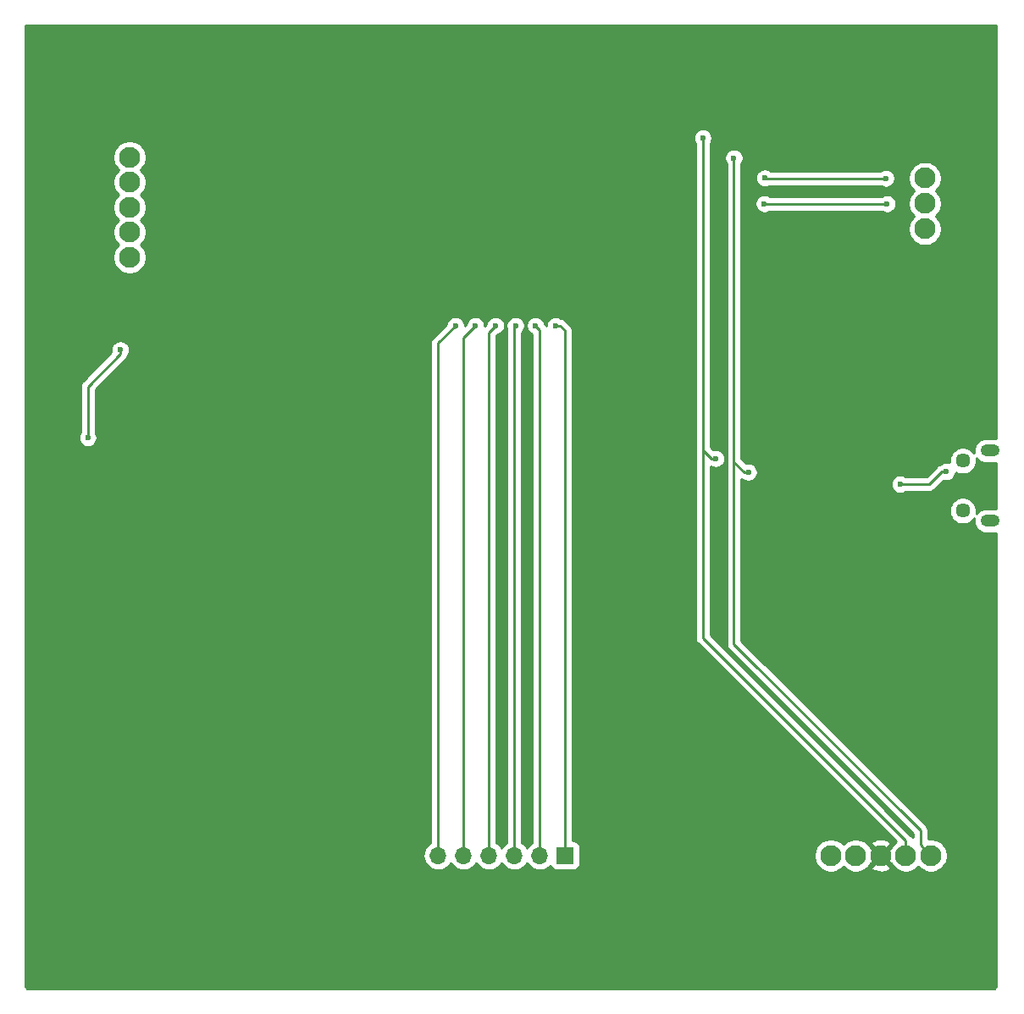
<source format=gbr>
G04 #@! TF.GenerationSoftware,KiCad,Pcbnew,(5.1.2)-1*
G04 #@! TF.CreationDate,2019-08-26T21:33:07-05:00*
G04 #@! TF.ProjectId,8266-dev,38323636-2d64-4657-962e-6b696361645f,rev?*
G04 #@! TF.SameCoordinates,Original*
G04 #@! TF.FileFunction,Copper,L2,Bot*
G04 #@! TF.FilePolarity,Positive*
%FSLAX46Y46*%
G04 Gerber Fmt 4.6, Leading zero omitted, Abs format (unit mm)*
G04 Created by KiCad (PCBNEW (5.1.2)-1) date 2019-08-26 21:33:07*
%MOMM*%
%LPD*%
G04 APERTURE LIST*
%ADD10C,2.100000*%
%ADD11R,1.700000X1.700000*%
%ADD12O,1.700000X1.700000*%
%ADD13C,1.450000*%
%ADD14O,1.900000X1.200000*%
%ADD15C,0.600000*%
%ADD16C,0.250000*%
%ADD17C,0.254000*%
G04 APERTURE END LIST*
D10*
X165511480Y-126949200D03*
X168011480Y-126949200D03*
X170511480Y-126949200D03*
X173011480Y-126949200D03*
X175511480Y-126949200D03*
X95417640Y-57104280D03*
X95417640Y-59604280D03*
X95417640Y-62104280D03*
X95417640Y-64604280D03*
X95417640Y-67104280D03*
D11*
X138942530Y-126944200D03*
D12*
X136402530Y-126944200D03*
X133862530Y-126944200D03*
X131322530Y-126944200D03*
X128782530Y-126944200D03*
X126242530Y-126944200D03*
D10*
X174919640Y-59194700D03*
X174919640Y-61734700D03*
X174919640Y-64274700D03*
D13*
X178719500Y-92457400D03*
X178719500Y-87457400D03*
D14*
X181419500Y-93457400D03*
X181419500Y-86457400D03*
D15*
X115752880Y-127088900D03*
X110365540Y-69123560D03*
X163296600Y-49062640D03*
X109570520Y-55278020D03*
X109628940Y-59105800D03*
X86413340Y-127083820D03*
X93548200Y-71678800D03*
X91287600Y-93548200D03*
X100787200Y-93548200D03*
X110261400Y-93548200D03*
X119761000Y-93548200D03*
X159715200Y-91821000D03*
X152725120Y-55153560D03*
X154012900Y-87249000D03*
X155826460Y-57180480D03*
X157276800Y-88595200D03*
X137986780Y-73939400D03*
X135986780Y-73939400D03*
X133986780Y-73939400D03*
X131986780Y-73939400D03*
X129986780Y-73939400D03*
X127986780Y-73939400D03*
X171013120Y-59212480D03*
X158910020Y-59169300D03*
X171137580Y-61739780D03*
X158866840Y-61739780D03*
X94488000Y-76352400D03*
X91236800Y-85140800D03*
X177076100Y-88531700D03*
X172440600Y-89801700D03*
D16*
X152717500Y-55161180D02*
X152725120Y-55153560D01*
X173011480Y-125464276D02*
X152717500Y-105170296D01*
X173011480Y-126949200D02*
X173011480Y-125464276D01*
X152839336Y-86499700D02*
X152717500Y-86499700D01*
X153588636Y-87249000D02*
X152839336Y-86499700D01*
X154012900Y-87249000D02*
X153588636Y-87249000D01*
X152717500Y-105170296D02*
X152717500Y-86499700D01*
X152717500Y-86499700D02*
X152717500Y-55161180D01*
X174461481Y-124414277D02*
X155826460Y-105779256D01*
X174461481Y-125899201D02*
X174461481Y-124414277D01*
X175511480Y-126949200D02*
X174461481Y-125899201D01*
X155826460Y-87569124D02*
X155826460Y-87525860D01*
X156852536Y-88595200D02*
X155826460Y-87569124D01*
X157276800Y-88595200D02*
X156852536Y-88595200D01*
X155826460Y-105779256D02*
X155826460Y-87525860D01*
X155826460Y-87525860D02*
X155826460Y-57180480D01*
X137986780Y-73939400D02*
X138430000Y-73939400D01*
X138430000Y-73939400D02*
X138925300Y-74434700D01*
X138925300Y-125826970D02*
X138925300Y-122250200D01*
X138942530Y-125844200D02*
X138925300Y-125826970D01*
X138942530Y-126944200D02*
X138942530Y-125844200D01*
X138925300Y-74434700D02*
X138925300Y-122250200D01*
X138925300Y-122250200D02*
X138925300Y-122618500D01*
X136410700Y-74363320D02*
X135986780Y-73939400D01*
X136410700Y-125733949D02*
X136410700Y-122072400D01*
X136402530Y-125742119D02*
X136410700Y-125733949D01*
X136402530Y-126944200D02*
X136402530Y-125742119D01*
X136410700Y-122656600D02*
X136410700Y-122072400D01*
X136410700Y-122072400D02*
X136410700Y-74363320D01*
X133845300Y-74080880D02*
X133986780Y-73939400D01*
X133845300Y-125724889D02*
X133845300Y-122301000D01*
X133862530Y-125742119D02*
X133845300Y-125724889D01*
X133862530Y-126944200D02*
X133862530Y-125742119D01*
X133845300Y-122732800D02*
X133845300Y-122301000D01*
X133845300Y-122301000D02*
X133845300Y-74080880D01*
X131318000Y-74608180D02*
X131986780Y-73939400D01*
X131318000Y-125737589D02*
X131318000Y-122097800D01*
X131322530Y-125742119D02*
X131318000Y-125737589D01*
X131322530Y-126944200D02*
X131322530Y-125742119D01*
X131318000Y-122758200D02*
X131318000Y-122097800D01*
X131318000Y-122097800D02*
X131318000Y-74608180D01*
X129959100Y-73952100D02*
X129984500Y-73926700D01*
X128803400Y-75122780D02*
X129986780Y-73939400D01*
X128803400Y-125721249D02*
X128803400Y-122504200D01*
X128782530Y-125742119D02*
X128803400Y-125721249D01*
X128782530Y-126944200D02*
X128782530Y-125742119D01*
X128803400Y-122809000D02*
X128803400Y-122504200D01*
X128803400Y-122504200D02*
X128803400Y-75122780D01*
X127939800Y-73952100D02*
X127914400Y-73926700D01*
X126238000Y-75688180D02*
X127986780Y-73939400D01*
X126238000Y-125737589D02*
X126238000Y-122555000D01*
X126242530Y-125742119D02*
X126238000Y-125737589D01*
X126242530Y-126944200D02*
X126242530Y-125742119D01*
X126238000Y-122847100D02*
X126238000Y-122555000D01*
X126238000Y-122555000D02*
X126238000Y-75688180D01*
X171013120Y-59212480D02*
X158953200Y-59212480D01*
X158953200Y-59212480D02*
X158910020Y-59169300D01*
X171137580Y-61739780D02*
X170713316Y-61739780D01*
X170713316Y-61739780D02*
X158866840Y-61739780D01*
X94488000Y-76776664D02*
X91236800Y-80027864D01*
X94488000Y-76352400D02*
X94488000Y-76776664D01*
X91236800Y-80027864D02*
X91236800Y-85140800D01*
X176651836Y-88531700D02*
X175381836Y-89801700D01*
X177076100Y-88531700D02*
X176651836Y-88531700D01*
X175381836Y-89801700D02*
X172440600Y-89801700D01*
D17*
G36*
X181999890Y-85239116D02*
G01*
X181830165Y-85222400D01*
X181008835Y-85222400D01*
X180827398Y-85240270D01*
X180594599Y-85310889D01*
X180380051Y-85425567D01*
X180191998Y-85579898D01*
X180037667Y-85767951D01*
X179922989Y-85982499D01*
X179852370Y-86215298D01*
X179828525Y-86457400D01*
X179852370Y-86699502D01*
X179855383Y-86709435D01*
X179775881Y-86590451D01*
X179586449Y-86401019D01*
X179363701Y-86252184D01*
X179116197Y-86149664D01*
X178853448Y-86097400D01*
X178585552Y-86097400D01*
X178322803Y-86149664D01*
X178075299Y-86252184D01*
X177852551Y-86401019D01*
X177663119Y-86590451D01*
X177514284Y-86813199D01*
X177411764Y-87060703D01*
X177359500Y-87323452D01*
X177359500Y-87591348D01*
X177369407Y-87641156D01*
X177348829Y-87632632D01*
X177168189Y-87596700D01*
X176984011Y-87596700D01*
X176803371Y-87632632D01*
X176633211Y-87703114D01*
X176516052Y-87781397D01*
X176502850Y-87782697D01*
X176359589Y-87826154D01*
X176227560Y-87896726D01*
X176111835Y-87991699D01*
X176088037Y-88020697D01*
X175067035Y-89041700D01*
X172986135Y-89041700D01*
X172883489Y-88973114D01*
X172713329Y-88902632D01*
X172532689Y-88866700D01*
X172348511Y-88866700D01*
X172167871Y-88902632D01*
X171997711Y-88973114D01*
X171844572Y-89075438D01*
X171714338Y-89205672D01*
X171612014Y-89358811D01*
X171541532Y-89528971D01*
X171505600Y-89709611D01*
X171505600Y-89893789D01*
X171541532Y-90074429D01*
X171612014Y-90244589D01*
X171714338Y-90397728D01*
X171844572Y-90527962D01*
X171997711Y-90630286D01*
X172167871Y-90700768D01*
X172348511Y-90736700D01*
X172532689Y-90736700D01*
X172713329Y-90700768D01*
X172883489Y-90630286D01*
X172986135Y-90561700D01*
X175344514Y-90561700D01*
X175381836Y-90565376D01*
X175419158Y-90561700D01*
X175419169Y-90561700D01*
X175530822Y-90550703D01*
X175674083Y-90507246D01*
X175806112Y-90436674D01*
X175921837Y-90341701D01*
X175945640Y-90312697D01*
X176823555Y-89434783D01*
X176984011Y-89466700D01*
X177168189Y-89466700D01*
X177348829Y-89430768D01*
X177518989Y-89360286D01*
X177672128Y-89257962D01*
X177802362Y-89127728D01*
X177904686Y-88974589D01*
X177975168Y-88804429D01*
X178011100Y-88623789D01*
X178011100Y-88619720D01*
X178075299Y-88662616D01*
X178322803Y-88765136D01*
X178585552Y-88817400D01*
X178853448Y-88817400D01*
X179116197Y-88765136D01*
X179363701Y-88662616D01*
X179586449Y-88513781D01*
X179775881Y-88324349D01*
X179924716Y-88101601D01*
X180027236Y-87854097D01*
X180079500Y-87591348D01*
X180079500Y-87323452D01*
X180046516Y-87157632D01*
X180191998Y-87334902D01*
X180380051Y-87489233D01*
X180594599Y-87603911D01*
X180827398Y-87674530D01*
X181008835Y-87692400D01*
X181830165Y-87692400D01*
X181999890Y-87675684D01*
X181999890Y-92239116D01*
X181830165Y-92222400D01*
X181008835Y-92222400D01*
X180827398Y-92240270D01*
X180594599Y-92310889D01*
X180380051Y-92425567D01*
X180191998Y-92579898D01*
X180046516Y-92757168D01*
X180079500Y-92591348D01*
X180079500Y-92323452D01*
X180027236Y-92060703D01*
X179924716Y-91813199D01*
X179775881Y-91590451D01*
X179586449Y-91401019D01*
X179363701Y-91252184D01*
X179116197Y-91149664D01*
X178853448Y-91097400D01*
X178585552Y-91097400D01*
X178322803Y-91149664D01*
X178075299Y-91252184D01*
X177852551Y-91401019D01*
X177663119Y-91590451D01*
X177514284Y-91813199D01*
X177411764Y-92060703D01*
X177359500Y-92323452D01*
X177359500Y-92591348D01*
X177411764Y-92854097D01*
X177514284Y-93101601D01*
X177663119Y-93324349D01*
X177852551Y-93513781D01*
X178075299Y-93662616D01*
X178322803Y-93765136D01*
X178585552Y-93817400D01*
X178853448Y-93817400D01*
X179116197Y-93765136D01*
X179363701Y-93662616D01*
X179586449Y-93513781D01*
X179775881Y-93324349D01*
X179855383Y-93205365D01*
X179852370Y-93215298D01*
X179828525Y-93457400D01*
X179852370Y-93699502D01*
X179922989Y-93932301D01*
X180037667Y-94146849D01*
X180191998Y-94334902D01*
X180380051Y-94489233D01*
X180594599Y-94603911D01*
X180827398Y-94674530D01*
X181008835Y-94692400D01*
X181830165Y-94692400D01*
X181999890Y-94675684D01*
X181999890Y-140069225D01*
X181982741Y-140114587D01*
X181939260Y-140200816D01*
X181891413Y-140260000D01*
X85144034Y-140260000D01*
X85132437Y-140249206D01*
X85084900Y-140180655D01*
X85050641Y-140097932D01*
X85042528Y-140063957D01*
X85042516Y-140063511D01*
X85042143Y-140025021D01*
X85041763Y-139960623D01*
X85041388Y-139871876D01*
X85041018Y-139759063D01*
X85041019Y-139759063D01*
X85040653Y-139622339D01*
X85040293Y-139462293D01*
X85039938Y-139279194D01*
X85039589Y-139073385D01*
X85039244Y-138845202D01*
X85038905Y-138594990D01*
X85038571Y-138323084D01*
X85038243Y-138029823D01*
X85037919Y-137715543D01*
X85037601Y-137380585D01*
X85037288Y-137025285D01*
X85036980Y-136649980D01*
X85036678Y-136255008D01*
X85036380Y-135840706D01*
X85036088Y-135407412D01*
X85035801Y-134955463D01*
X85035520Y-134485197D01*
X85035243Y-133996950D01*
X85034972Y-133491060D01*
X85034706Y-132967865D01*
X85034446Y-132427702D01*
X85034190Y-131870908D01*
X85033940Y-131297820D01*
X85033695Y-130708775D01*
X85033455Y-130104112D01*
X85033221Y-129484167D01*
X85032991Y-128849277D01*
X85032767Y-128199780D01*
X85032549Y-127536014D01*
X85032363Y-126944200D01*
X124750345Y-126944200D01*
X124779017Y-127235311D01*
X124863931Y-127515234D01*
X125001824Y-127773214D01*
X125187396Y-127999334D01*
X125413516Y-128184906D01*
X125671496Y-128322799D01*
X125951419Y-128407713D01*
X126169580Y-128429200D01*
X126315480Y-128429200D01*
X126533641Y-128407713D01*
X126813564Y-128322799D01*
X127071544Y-128184906D01*
X127297664Y-127999334D01*
X127483236Y-127773214D01*
X127512530Y-127718409D01*
X127541824Y-127773214D01*
X127727396Y-127999334D01*
X127953516Y-128184906D01*
X128211496Y-128322799D01*
X128491419Y-128407713D01*
X128709580Y-128429200D01*
X128855480Y-128429200D01*
X129073641Y-128407713D01*
X129353564Y-128322799D01*
X129611544Y-128184906D01*
X129837664Y-127999334D01*
X130023236Y-127773214D01*
X130052530Y-127718409D01*
X130081824Y-127773214D01*
X130267396Y-127999334D01*
X130493516Y-128184906D01*
X130751496Y-128322799D01*
X131031419Y-128407713D01*
X131249580Y-128429200D01*
X131395480Y-128429200D01*
X131613641Y-128407713D01*
X131893564Y-128322799D01*
X132151544Y-128184906D01*
X132377664Y-127999334D01*
X132563236Y-127773214D01*
X132592530Y-127718409D01*
X132621824Y-127773214D01*
X132807396Y-127999334D01*
X133033516Y-128184906D01*
X133291496Y-128322799D01*
X133571419Y-128407713D01*
X133789580Y-128429200D01*
X133935480Y-128429200D01*
X134153641Y-128407713D01*
X134433564Y-128322799D01*
X134691544Y-128184906D01*
X134917664Y-127999334D01*
X135103236Y-127773214D01*
X135132530Y-127718409D01*
X135161824Y-127773214D01*
X135347396Y-127999334D01*
X135573516Y-128184906D01*
X135831496Y-128322799D01*
X136111419Y-128407713D01*
X136329580Y-128429200D01*
X136475480Y-128429200D01*
X136693641Y-128407713D01*
X136973564Y-128322799D01*
X137231544Y-128184906D01*
X137457664Y-127999334D01*
X137482137Y-127969513D01*
X137503028Y-128038380D01*
X137561993Y-128148694D01*
X137641345Y-128245385D01*
X137738036Y-128324737D01*
X137848350Y-128383702D01*
X137968048Y-128420012D01*
X138092530Y-128432272D01*
X139792530Y-128432272D01*
X139917012Y-128420012D01*
X140036710Y-128383702D01*
X140147024Y-128324737D01*
X140243715Y-128245385D01*
X140323067Y-128148694D01*
X140382032Y-128038380D01*
X140418342Y-127918682D01*
X140430602Y-127794200D01*
X140430602Y-126783242D01*
X163826480Y-126783242D01*
X163826480Y-127115158D01*
X163891234Y-127440696D01*
X164018252Y-127747347D01*
X164202655Y-128023325D01*
X164437355Y-128258025D01*
X164713333Y-128442428D01*
X165019984Y-128569446D01*
X165345522Y-128634200D01*
X165677438Y-128634200D01*
X166002976Y-128569446D01*
X166309627Y-128442428D01*
X166585605Y-128258025D01*
X166761480Y-128082150D01*
X166937355Y-128258025D01*
X167213333Y-128442428D01*
X167519984Y-128569446D01*
X167845522Y-128634200D01*
X168177438Y-128634200D01*
X168502976Y-128569446D01*
X168809627Y-128442428D01*
X169085605Y-128258025D01*
X169223364Y-128120266D01*
X169520019Y-128120266D01*
X169621819Y-128389779D01*
X169919957Y-128535663D01*
X170240826Y-128620580D01*
X170572097Y-128641266D01*
X170901037Y-128596928D01*
X171215007Y-128489269D01*
X171401141Y-128389779D01*
X171502941Y-128120266D01*
X170511480Y-127128805D01*
X169520019Y-128120266D01*
X169223364Y-128120266D01*
X169320305Y-128023325D01*
X169446271Y-127834804D01*
X170331875Y-126949200D01*
X169446271Y-126063596D01*
X169320305Y-125875075D01*
X169223364Y-125778134D01*
X169520019Y-125778134D01*
X170511480Y-126769595D01*
X171502941Y-125778134D01*
X171401141Y-125508621D01*
X171103003Y-125362737D01*
X170782134Y-125277820D01*
X170450863Y-125257134D01*
X170121923Y-125301472D01*
X169807953Y-125409131D01*
X169621819Y-125508621D01*
X169520019Y-125778134D01*
X169223364Y-125778134D01*
X169085605Y-125640375D01*
X168809627Y-125455972D01*
X168502976Y-125328954D01*
X168177438Y-125264200D01*
X167845522Y-125264200D01*
X167519984Y-125328954D01*
X167213333Y-125455972D01*
X166937355Y-125640375D01*
X166761480Y-125816250D01*
X166585605Y-125640375D01*
X166309627Y-125455972D01*
X166002976Y-125328954D01*
X165677438Y-125264200D01*
X165345522Y-125264200D01*
X165019984Y-125328954D01*
X164713333Y-125455972D01*
X164437355Y-125640375D01*
X164202655Y-125875075D01*
X164018252Y-126151053D01*
X163891234Y-126457704D01*
X163826480Y-126783242D01*
X140430602Y-126783242D01*
X140430602Y-126094200D01*
X140418342Y-125969718D01*
X140382032Y-125850020D01*
X140323067Y-125739706D01*
X140243715Y-125643015D01*
X140147024Y-125563663D01*
X140036710Y-125504698D01*
X139917012Y-125468388D01*
X139792530Y-125456128D01*
X139685300Y-125456128D01*
X139685300Y-74472023D01*
X139688976Y-74434700D01*
X139685300Y-74397377D01*
X139685300Y-74397367D01*
X139674303Y-74285714D01*
X139630846Y-74142453D01*
X139595158Y-74075686D01*
X139560274Y-74010423D01*
X139525331Y-73967846D01*
X139465301Y-73894699D01*
X139436298Y-73870897D01*
X138993804Y-73428403D01*
X138970001Y-73399399D01*
X138854276Y-73304426D01*
X138722247Y-73233854D01*
X138578986Y-73190397D01*
X138543550Y-73186907D01*
X138429669Y-73110814D01*
X138259509Y-73040332D01*
X138078869Y-73004400D01*
X137894691Y-73004400D01*
X137714051Y-73040332D01*
X137543891Y-73110814D01*
X137390752Y-73213138D01*
X137260518Y-73343372D01*
X137158194Y-73496511D01*
X137087712Y-73666671D01*
X137051780Y-73847311D01*
X137051780Y-73950467D01*
X137045674Y-73939044D01*
X136950701Y-73823319D01*
X136921702Y-73799520D01*
X136909933Y-73787751D01*
X136885848Y-73666671D01*
X136815366Y-73496511D01*
X136713042Y-73343372D01*
X136582808Y-73213138D01*
X136429669Y-73110814D01*
X136259509Y-73040332D01*
X136078869Y-73004400D01*
X135894691Y-73004400D01*
X135714051Y-73040332D01*
X135543891Y-73110814D01*
X135390752Y-73213138D01*
X135260518Y-73343372D01*
X135158194Y-73496511D01*
X135087712Y-73666671D01*
X135051780Y-73847311D01*
X135051780Y-74031489D01*
X135087712Y-74212129D01*
X135158194Y-74382289D01*
X135260518Y-74535428D01*
X135390752Y-74665662D01*
X135543891Y-74767986D01*
X135650701Y-74812228D01*
X135650700Y-122035067D01*
X135650700Y-122693932D01*
X135650701Y-122693940D01*
X135650700Y-125621845D01*
X135648875Y-125640375D01*
X135646501Y-125664483D01*
X135573516Y-125703494D01*
X135347396Y-125889066D01*
X135161824Y-126115186D01*
X135132530Y-126169991D01*
X135103236Y-126115186D01*
X134917664Y-125889066D01*
X134691544Y-125703494D01*
X134618561Y-125664484D01*
X134611533Y-125593133D01*
X134605300Y-125572585D01*
X134605300Y-74643170D01*
X134713042Y-74535428D01*
X134815366Y-74382289D01*
X134885848Y-74212129D01*
X134921780Y-74031489D01*
X134921780Y-73847311D01*
X134885848Y-73666671D01*
X134815366Y-73496511D01*
X134713042Y-73343372D01*
X134582808Y-73213138D01*
X134429669Y-73110814D01*
X134259509Y-73040332D01*
X134078869Y-73004400D01*
X133894691Y-73004400D01*
X133714051Y-73040332D01*
X133543891Y-73110814D01*
X133390752Y-73213138D01*
X133260518Y-73343372D01*
X133158194Y-73496511D01*
X133087712Y-73666671D01*
X133051780Y-73847311D01*
X133051780Y-74031489D01*
X133085301Y-74200008D01*
X133085300Y-122263667D01*
X133085300Y-122770132D01*
X133085301Y-122770141D01*
X133085300Y-125675815D01*
X133033516Y-125703494D01*
X132807396Y-125889066D01*
X132621824Y-126115186D01*
X132592530Y-126169991D01*
X132563236Y-126115186D01*
X132377664Y-125889066D01*
X132151544Y-125703494D01*
X132078561Y-125664484D01*
X132078000Y-125658793D01*
X132078000Y-74922981D01*
X132138429Y-74862553D01*
X132259509Y-74838468D01*
X132429669Y-74767986D01*
X132582808Y-74665662D01*
X132713042Y-74535428D01*
X132815366Y-74382289D01*
X132885848Y-74212129D01*
X132921780Y-74031489D01*
X132921780Y-73847311D01*
X132885848Y-73666671D01*
X132815366Y-73496511D01*
X132713042Y-73343372D01*
X132582808Y-73213138D01*
X132429669Y-73110814D01*
X132259509Y-73040332D01*
X132078869Y-73004400D01*
X131894691Y-73004400D01*
X131714051Y-73040332D01*
X131543891Y-73110814D01*
X131390752Y-73213138D01*
X131260518Y-73343372D01*
X131158194Y-73496511D01*
X131087712Y-73666671D01*
X131063627Y-73787751D01*
X130921780Y-73929599D01*
X130921780Y-73847311D01*
X130885848Y-73666671D01*
X130815366Y-73496511D01*
X130713042Y-73343372D01*
X130582808Y-73213138D01*
X130429669Y-73110814D01*
X130259509Y-73040332D01*
X130078869Y-73004400D01*
X129894691Y-73004400D01*
X129714051Y-73040332D01*
X129543891Y-73110814D01*
X129390752Y-73213138D01*
X129260518Y-73343372D01*
X129158194Y-73496511D01*
X129087712Y-73666671D01*
X129063627Y-73787751D01*
X128921780Y-73929598D01*
X128921780Y-73847311D01*
X128885848Y-73666671D01*
X128815366Y-73496511D01*
X128713042Y-73343372D01*
X128582808Y-73213138D01*
X128429669Y-73110814D01*
X128259509Y-73040332D01*
X128078869Y-73004400D01*
X127894691Y-73004400D01*
X127714051Y-73040332D01*
X127543891Y-73110814D01*
X127390752Y-73213138D01*
X127260518Y-73343372D01*
X127158194Y-73496511D01*
X127087712Y-73666671D01*
X127063628Y-73787750D01*
X125726998Y-75124381D01*
X125698000Y-75148179D01*
X125674202Y-75177177D01*
X125674201Y-75177178D01*
X125603026Y-75263904D01*
X125532454Y-75395934D01*
X125502180Y-75495738D01*
X125488998Y-75539194D01*
X125480435Y-75626138D01*
X125474324Y-75688180D01*
X125478001Y-75725513D01*
X125478000Y-122517667D01*
X125478000Y-122884432D01*
X125478001Y-122884441D01*
X125478000Y-125669027D01*
X125413516Y-125703494D01*
X125187396Y-125889066D01*
X125001824Y-126115186D01*
X124863931Y-126373166D01*
X124779017Y-126653089D01*
X124750345Y-126944200D01*
X85032363Y-126944200D01*
X85032335Y-126858315D01*
X85032127Y-126167021D01*
X85031924Y-125462468D01*
X85031726Y-124744996D01*
X85031533Y-124014939D01*
X85031346Y-123272637D01*
X85031164Y-122518425D01*
X85030987Y-121752643D01*
X85030815Y-120975626D01*
X85030648Y-120187711D01*
X85030487Y-119389237D01*
X85030331Y-118580542D01*
X85030180Y-117761961D01*
X85030035Y-116933832D01*
X85029895Y-116096492D01*
X85029760Y-115250278D01*
X85029630Y-114395530D01*
X85029505Y-113532581D01*
X85029386Y-112661773D01*
X85029272Y-111783439D01*
X85029163Y-110897919D01*
X85029059Y-110005548D01*
X85028961Y-109106668D01*
X85028867Y-108201610D01*
X85028779Y-107290716D01*
X85028697Y-106374320D01*
X85028619Y-105452762D01*
X85028547Y-104526377D01*
X85028480Y-103595505D01*
X85028418Y-102660481D01*
X85028362Y-101721643D01*
X85028310Y-100779327D01*
X85028264Y-99833874D01*
X85028223Y-98885616D01*
X85028188Y-97934895D01*
X85028157Y-96982045D01*
X85028132Y-96027407D01*
X85028112Y-95071313D01*
X85028097Y-94114105D01*
X85028088Y-93156118D01*
X85028084Y-92197690D01*
X85028085Y-91239159D01*
X85028091Y-90280860D01*
X85028102Y-89323132D01*
X85028119Y-88366311D01*
X85028141Y-87410737D01*
X85028168Y-86456744D01*
X85028201Y-85504671D01*
X85028218Y-85048711D01*
X90301800Y-85048711D01*
X90301800Y-85232889D01*
X90337732Y-85413529D01*
X90408214Y-85583689D01*
X90510538Y-85736828D01*
X90640772Y-85867062D01*
X90793911Y-85969386D01*
X90964071Y-86039868D01*
X91144711Y-86075800D01*
X91328889Y-86075800D01*
X91509529Y-86039868D01*
X91679689Y-85969386D01*
X91832828Y-85867062D01*
X91963062Y-85736828D01*
X92065386Y-85583689D01*
X92135868Y-85413529D01*
X92171800Y-85232889D01*
X92171800Y-85048711D01*
X92135868Y-84868071D01*
X92065386Y-84697911D01*
X91996800Y-84595265D01*
X91996800Y-80342665D01*
X94999003Y-77340463D01*
X95028001Y-77316665D01*
X95081507Y-77251468D01*
X95122974Y-77200941D01*
X95193546Y-77068911D01*
X95230093Y-76948428D01*
X95237003Y-76925650D01*
X95238303Y-76912448D01*
X95316586Y-76795289D01*
X95387068Y-76625129D01*
X95423000Y-76444489D01*
X95423000Y-76260311D01*
X95387068Y-76079671D01*
X95316586Y-75909511D01*
X95214262Y-75756372D01*
X95084028Y-75626138D01*
X94930889Y-75523814D01*
X94760729Y-75453332D01*
X94580089Y-75417400D01*
X94395911Y-75417400D01*
X94215271Y-75453332D01*
X94045111Y-75523814D01*
X93891972Y-75626138D01*
X93761738Y-75756372D01*
X93659414Y-75909511D01*
X93588932Y-76079671D01*
X93553000Y-76260311D01*
X93553000Y-76444489D01*
X93584917Y-76604945D01*
X90725803Y-79464060D01*
X90696799Y-79487863D01*
X90641671Y-79555038D01*
X90601826Y-79603588D01*
X90531255Y-79735617D01*
X90531254Y-79735618D01*
X90487797Y-79878879D01*
X90476800Y-79990532D01*
X90476800Y-79990542D01*
X90473124Y-80027864D01*
X90476800Y-80065187D01*
X90476801Y-84595263D01*
X90408214Y-84697911D01*
X90337732Y-84868071D01*
X90301800Y-85048711D01*
X85028218Y-85048711D01*
X85028238Y-84554855D01*
X85028281Y-83607633D01*
X85028329Y-82663343D01*
X85028383Y-81722323D01*
X85028441Y-80784907D01*
X85028505Y-79851436D01*
X85028574Y-78922244D01*
X85028648Y-77997673D01*
X85028728Y-77078054D01*
X85028813Y-76163731D01*
X85028903Y-75255035D01*
X85028998Y-74352307D01*
X85029098Y-73455883D01*
X85029204Y-72566102D01*
X85029315Y-71683298D01*
X85029431Y-70807812D01*
X85029552Y-69939979D01*
X85029679Y-69080136D01*
X85029811Y-68228623D01*
X85029948Y-67385773D01*
X85030090Y-66551928D01*
X85030238Y-65727421D01*
X85030390Y-64912592D01*
X85030548Y-64107778D01*
X85030712Y-63313315D01*
X85030880Y-62529542D01*
X85031054Y-61756795D01*
X85031233Y-60995411D01*
X85031417Y-60245729D01*
X85031606Y-59508084D01*
X85031801Y-58782815D01*
X85032001Y-58070259D01*
X85032206Y-57370753D01*
X85032338Y-56938322D01*
X93732640Y-56938322D01*
X93732640Y-57270238D01*
X93797394Y-57595776D01*
X93924412Y-57902427D01*
X94108815Y-58178405D01*
X94284690Y-58354280D01*
X94108815Y-58530155D01*
X93924412Y-58806133D01*
X93797394Y-59112784D01*
X93732640Y-59438322D01*
X93732640Y-59770238D01*
X93797394Y-60095776D01*
X93924412Y-60402427D01*
X94108815Y-60678405D01*
X94284690Y-60854280D01*
X94108815Y-61030155D01*
X93924412Y-61306133D01*
X93797394Y-61612784D01*
X93732640Y-61938322D01*
X93732640Y-62270238D01*
X93797394Y-62595776D01*
X93924412Y-62902427D01*
X94108815Y-63178405D01*
X94284690Y-63354280D01*
X94108815Y-63530155D01*
X93924412Y-63806133D01*
X93797394Y-64112784D01*
X93732640Y-64438322D01*
X93732640Y-64770238D01*
X93797394Y-65095776D01*
X93924412Y-65402427D01*
X94108815Y-65678405D01*
X94284690Y-65854280D01*
X94108815Y-66030155D01*
X93924412Y-66306133D01*
X93797394Y-66612784D01*
X93732640Y-66938322D01*
X93732640Y-67270238D01*
X93797394Y-67595776D01*
X93924412Y-67902427D01*
X94108815Y-68178405D01*
X94343515Y-68413105D01*
X94619493Y-68597508D01*
X94926144Y-68724526D01*
X95251682Y-68789280D01*
X95583598Y-68789280D01*
X95909136Y-68724526D01*
X96215787Y-68597508D01*
X96491765Y-68413105D01*
X96726465Y-68178405D01*
X96910868Y-67902427D01*
X97037886Y-67595776D01*
X97102640Y-67270238D01*
X97102640Y-66938322D01*
X97037886Y-66612784D01*
X96910868Y-66306133D01*
X96726465Y-66030155D01*
X96550590Y-65854280D01*
X96726465Y-65678405D01*
X96910868Y-65402427D01*
X97037886Y-65095776D01*
X97102640Y-64770238D01*
X97102640Y-64438322D01*
X97037886Y-64112784D01*
X96910868Y-63806133D01*
X96726465Y-63530155D01*
X96550590Y-63354280D01*
X96726465Y-63178405D01*
X96910868Y-62902427D01*
X97037886Y-62595776D01*
X97102640Y-62270238D01*
X97102640Y-61938322D01*
X97037886Y-61612784D01*
X96910868Y-61306133D01*
X96726465Y-61030155D01*
X96550590Y-60854280D01*
X96726465Y-60678405D01*
X96910868Y-60402427D01*
X97037886Y-60095776D01*
X97102640Y-59770238D01*
X97102640Y-59438322D01*
X97037886Y-59112784D01*
X96910868Y-58806133D01*
X96726465Y-58530155D01*
X96550590Y-58354280D01*
X96726465Y-58178405D01*
X96910868Y-57902427D01*
X97037886Y-57595776D01*
X97102640Y-57270238D01*
X97102640Y-56938322D01*
X97037886Y-56612784D01*
X96910868Y-56306133D01*
X96726465Y-56030155D01*
X96491765Y-55795455D01*
X96215787Y-55611052D01*
X95909136Y-55484034D01*
X95583598Y-55419280D01*
X95251682Y-55419280D01*
X94926144Y-55484034D01*
X94619493Y-55611052D01*
X94343515Y-55795455D01*
X94108815Y-56030155D01*
X93924412Y-56306133D01*
X93797394Y-56612784D01*
X93732640Y-56938322D01*
X85032338Y-56938322D01*
X85032416Y-56684635D01*
X85032632Y-56012241D01*
X85032853Y-55353909D01*
X85032955Y-55061471D01*
X151790120Y-55061471D01*
X151790120Y-55245649D01*
X151826052Y-55426289D01*
X151896534Y-55596449D01*
X151957501Y-55687693D01*
X151957500Y-86462367D01*
X151953823Y-86499700D01*
X151957501Y-86537043D01*
X151957500Y-105132974D01*
X151953824Y-105170296D01*
X151957500Y-105207618D01*
X151957500Y-105207628D01*
X151968497Y-105319281D01*
X152011954Y-105462542D01*
X152082526Y-105594572D01*
X152111824Y-105630271D01*
X152177499Y-105710297D01*
X152206503Y-105734100D01*
X172042513Y-125570111D01*
X171937355Y-125640375D01*
X171702655Y-125875075D01*
X171576689Y-126063596D01*
X170691085Y-126949200D01*
X171576689Y-127834804D01*
X171702655Y-128023325D01*
X171937355Y-128258025D01*
X172213333Y-128442428D01*
X172519984Y-128569446D01*
X172845522Y-128634200D01*
X173177438Y-128634200D01*
X173502976Y-128569446D01*
X173809627Y-128442428D01*
X174085605Y-128258025D01*
X174261480Y-128082150D01*
X174437355Y-128258025D01*
X174713333Y-128442428D01*
X175019984Y-128569446D01*
X175345522Y-128634200D01*
X175677438Y-128634200D01*
X176002976Y-128569446D01*
X176309627Y-128442428D01*
X176585605Y-128258025D01*
X176820305Y-128023325D01*
X177004708Y-127747347D01*
X177131726Y-127440696D01*
X177196480Y-127115158D01*
X177196480Y-126783242D01*
X177131726Y-126457704D01*
X177004708Y-126151053D01*
X176820305Y-125875075D01*
X176585605Y-125640375D01*
X176309627Y-125455972D01*
X176002976Y-125328954D01*
X175677438Y-125264200D01*
X175345522Y-125264200D01*
X175221481Y-125288873D01*
X175221481Y-124451599D01*
X175225157Y-124414276D01*
X175221481Y-124376953D01*
X175221481Y-124376944D01*
X175210484Y-124265291D01*
X175167027Y-124122030D01*
X175096455Y-123990001D01*
X175083292Y-123973962D01*
X175025280Y-123903273D01*
X175025276Y-123903269D01*
X175001482Y-123874276D01*
X174972489Y-123850482D01*
X156586460Y-105464455D01*
X156586460Y-89308685D01*
X156703550Y-89344203D01*
X156716752Y-89345503D01*
X156833911Y-89423786D01*
X157004071Y-89494268D01*
X157184711Y-89530200D01*
X157368889Y-89530200D01*
X157549529Y-89494268D01*
X157719689Y-89423786D01*
X157872828Y-89321462D01*
X158003062Y-89191228D01*
X158105386Y-89038089D01*
X158175868Y-88867929D01*
X158211800Y-88687289D01*
X158211800Y-88503111D01*
X158175868Y-88322471D01*
X158105386Y-88152311D01*
X158003062Y-87999172D01*
X157872828Y-87868938D01*
X157719689Y-87766614D01*
X157549529Y-87696132D01*
X157368889Y-87660200D01*
X157184711Y-87660200D01*
X157024255Y-87692117D01*
X156586460Y-87254323D01*
X156586460Y-61647691D01*
X157931840Y-61647691D01*
X157931840Y-61831869D01*
X157967772Y-62012509D01*
X158038254Y-62182669D01*
X158140578Y-62335808D01*
X158270812Y-62466042D01*
X158423951Y-62568366D01*
X158594111Y-62638848D01*
X158774751Y-62674780D01*
X158958929Y-62674780D01*
X159139569Y-62638848D01*
X159309729Y-62568366D01*
X159412375Y-62499780D01*
X170592045Y-62499780D01*
X170694691Y-62568366D01*
X170864851Y-62638848D01*
X171045491Y-62674780D01*
X171229669Y-62674780D01*
X171410309Y-62638848D01*
X171580469Y-62568366D01*
X171733608Y-62466042D01*
X171863842Y-62335808D01*
X171966166Y-62182669D01*
X172036648Y-62012509D01*
X172072580Y-61831869D01*
X172072580Y-61647691D01*
X172036648Y-61467051D01*
X171966166Y-61296891D01*
X171863842Y-61143752D01*
X171733608Y-61013518D01*
X171580469Y-60911194D01*
X171410309Y-60840712D01*
X171229669Y-60804780D01*
X171045491Y-60804780D01*
X170864851Y-60840712D01*
X170694691Y-60911194D01*
X170592045Y-60979780D01*
X159412375Y-60979780D01*
X159309729Y-60911194D01*
X159139569Y-60840712D01*
X158958929Y-60804780D01*
X158774751Y-60804780D01*
X158594111Y-60840712D01*
X158423951Y-60911194D01*
X158270812Y-61013518D01*
X158140578Y-61143752D01*
X158038254Y-61296891D01*
X157967772Y-61467051D01*
X157931840Y-61647691D01*
X156586460Y-61647691D01*
X156586460Y-59077211D01*
X157975020Y-59077211D01*
X157975020Y-59261389D01*
X158010952Y-59442029D01*
X158081434Y-59612189D01*
X158183758Y-59765328D01*
X158313992Y-59895562D01*
X158467131Y-59997886D01*
X158637291Y-60068368D01*
X158817931Y-60104300D01*
X159002109Y-60104300D01*
X159182749Y-60068368D01*
X159352909Y-59997886D01*
X159390932Y-59972480D01*
X170467585Y-59972480D01*
X170570231Y-60041066D01*
X170740391Y-60111548D01*
X170921031Y-60147480D01*
X171105209Y-60147480D01*
X171285849Y-60111548D01*
X171456009Y-60041066D01*
X171609148Y-59938742D01*
X171739382Y-59808508D01*
X171841706Y-59655369D01*
X171912188Y-59485209D01*
X171948120Y-59304569D01*
X171948120Y-59120391D01*
X171929890Y-59028742D01*
X173234640Y-59028742D01*
X173234640Y-59360658D01*
X173299394Y-59686196D01*
X173426412Y-59992847D01*
X173610815Y-60268825D01*
X173806690Y-60464700D01*
X173610815Y-60660575D01*
X173426412Y-60936553D01*
X173299394Y-61243204D01*
X173234640Y-61568742D01*
X173234640Y-61900658D01*
X173299394Y-62226196D01*
X173426412Y-62532847D01*
X173610815Y-62808825D01*
X173806690Y-63004700D01*
X173610815Y-63200575D01*
X173426412Y-63476553D01*
X173299394Y-63783204D01*
X173234640Y-64108742D01*
X173234640Y-64440658D01*
X173299394Y-64766196D01*
X173426412Y-65072847D01*
X173610815Y-65348825D01*
X173845515Y-65583525D01*
X174121493Y-65767928D01*
X174428144Y-65894946D01*
X174753682Y-65959700D01*
X175085598Y-65959700D01*
X175411136Y-65894946D01*
X175717787Y-65767928D01*
X175993765Y-65583525D01*
X176228465Y-65348825D01*
X176412868Y-65072847D01*
X176539886Y-64766196D01*
X176604640Y-64440658D01*
X176604640Y-64108742D01*
X176539886Y-63783204D01*
X176412868Y-63476553D01*
X176228465Y-63200575D01*
X176032590Y-63004700D01*
X176228465Y-62808825D01*
X176412868Y-62532847D01*
X176539886Y-62226196D01*
X176604640Y-61900658D01*
X176604640Y-61568742D01*
X176539886Y-61243204D01*
X176412868Y-60936553D01*
X176228465Y-60660575D01*
X176032590Y-60464700D01*
X176228465Y-60268825D01*
X176412868Y-59992847D01*
X176539886Y-59686196D01*
X176604640Y-59360658D01*
X176604640Y-59028742D01*
X176539886Y-58703204D01*
X176412868Y-58396553D01*
X176228465Y-58120575D01*
X175993765Y-57885875D01*
X175717787Y-57701472D01*
X175411136Y-57574454D01*
X175085598Y-57509700D01*
X174753682Y-57509700D01*
X174428144Y-57574454D01*
X174121493Y-57701472D01*
X173845515Y-57885875D01*
X173610815Y-58120575D01*
X173426412Y-58396553D01*
X173299394Y-58703204D01*
X173234640Y-59028742D01*
X171929890Y-59028742D01*
X171912188Y-58939751D01*
X171841706Y-58769591D01*
X171739382Y-58616452D01*
X171609148Y-58486218D01*
X171456009Y-58383894D01*
X171285849Y-58313412D01*
X171105209Y-58277480D01*
X170921031Y-58277480D01*
X170740391Y-58313412D01*
X170570231Y-58383894D01*
X170467585Y-58452480D01*
X159515490Y-58452480D01*
X159506048Y-58443038D01*
X159352909Y-58340714D01*
X159182749Y-58270232D01*
X159002109Y-58234300D01*
X158817931Y-58234300D01*
X158637291Y-58270232D01*
X158467131Y-58340714D01*
X158313992Y-58443038D01*
X158183758Y-58573272D01*
X158081434Y-58726411D01*
X158010952Y-58896571D01*
X157975020Y-59077211D01*
X156586460Y-59077211D01*
X156586460Y-57726015D01*
X156655046Y-57623369D01*
X156725528Y-57453209D01*
X156761460Y-57272569D01*
X156761460Y-57088391D01*
X156725528Y-56907751D01*
X156655046Y-56737591D01*
X156552722Y-56584452D01*
X156422488Y-56454218D01*
X156269349Y-56351894D01*
X156099189Y-56281412D01*
X155918549Y-56245480D01*
X155734371Y-56245480D01*
X155553731Y-56281412D01*
X155383571Y-56351894D01*
X155230432Y-56454218D01*
X155100198Y-56584452D01*
X154997874Y-56737591D01*
X154927392Y-56907751D01*
X154891460Y-57088391D01*
X154891460Y-57272569D01*
X154927392Y-57453209D01*
X154997874Y-57623369D01*
X155066461Y-57726017D01*
X155066460Y-87488527D01*
X155066460Y-87531802D01*
X155062784Y-87569124D01*
X155066460Y-87606446D01*
X155066460Y-87606456D01*
X155066461Y-87606466D01*
X155066460Y-105741934D01*
X155062784Y-105779256D01*
X155066460Y-105816578D01*
X155066460Y-105816588D01*
X155077457Y-105928241D01*
X155120914Y-106071502D01*
X155191486Y-106203532D01*
X155231331Y-106252082D01*
X155286459Y-106319257D01*
X155315463Y-106343060D01*
X173701482Y-124729081D01*
X173701482Y-125142948D01*
X173646454Y-125040000D01*
X173551481Y-124924275D01*
X173522483Y-124900477D01*
X153477500Y-104855495D01*
X153477500Y-88015772D01*
X153570011Y-88077586D01*
X153740171Y-88148068D01*
X153920811Y-88184000D01*
X154104989Y-88184000D01*
X154285629Y-88148068D01*
X154455789Y-88077586D01*
X154608928Y-87975262D01*
X154739162Y-87845028D01*
X154841486Y-87691889D01*
X154911968Y-87521729D01*
X154947900Y-87341089D01*
X154947900Y-87156911D01*
X154911968Y-86976271D01*
X154841486Y-86806111D01*
X154739162Y-86652972D01*
X154608928Y-86522738D01*
X154455789Y-86420414D01*
X154285629Y-86349932D01*
X154104989Y-86314000D01*
X153920811Y-86314000D01*
X153760355Y-86345917D01*
X153477500Y-86063063D01*
X153477500Y-55710500D01*
X153553706Y-55596449D01*
X153624188Y-55426289D01*
X153660120Y-55245649D01*
X153660120Y-55061471D01*
X153624188Y-54880831D01*
X153553706Y-54710671D01*
X153451382Y-54557532D01*
X153321148Y-54427298D01*
X153168009Y-54324974D01*
X152997849Y-54254492D01*
X152817209Y-54218560D01*
X152633031Y-54218560D01*
X152452391Y-54254492D01*
X152282231Y-54324974D01*
X152129092Y-54427298D01*
X151998858Y-54557532D01*
X151896534Y-54710671D01*
X151826052Y-54880831D01*
X151790120Y-55061471D01*
X85032955Y-55061471D01*
X85033079Y-54709976D01*
X85033310Y-54080779D01*
X85033547Y-53466656D01*
X85033788Y-52867946D01*
X85034035Y-52284983D01*
X85034288Y-51718105D01*
X85034545Y-51167652D01*
X85034808Y-50633958D01*
X85035076Y-50117361D01*
X85035349Y-49618200D01*
X85035627Y-49136812D01*
X85035911Y-48673533D01*
X85036200Y-48228700D01*
X85036494Y-47802651D01*
X85036793Y-47395726D01*
X85037098Y-47008258D01*
X85037407Y-46640588D01*
X85037722Y-46293052D01*
X85038043Y-45965986D01*
X85038368Y-45659730D01*
X85038699Y-45374622D01*
X85039035Y-45110997D01*
X85039376Y-44869196D01*
X85039722Y-44649558D01*
X85040074Y-44452419D01*
X85040431Y-44278123D01*
X85040793Y-44126950D01*
X85040792Y-44126950D01*
X85041159Y-43999436D01*
X85041531Y-43895760D01*
X85041532Y-43895760D01*
X85041559Y-43890000D01*
X181999890Y-43890000D01*
X181999890Y-85239116D01*
X181999890Y-85239116D01*
G37*
X181999890Y-85239116D02*
X181830165Y-85222400D01*
X181008835Y-85222400D01*
X180827398Y-85240270D01*
X180594599Y-85310889D01*
X180380051Y-85425567D01*
X180191998Y-85579898D01*
X180037667Y-85767951D01*
X179922989Y-85982499D01*
X179852370Y-86215298D01*
X179828525Y-86457400D01*
X179852370Y-86699502D01*
X179855383Y-86709435D01*
X179775881Y-86590451D01*
X179586449Y-86401019D01*
X179363701Y-86252184D01*
X179116197Y-86149664D01*
X178853448Y-86097400D01*
X178585552Y-86097400D01*
X178322803Y-86149664D01*
X178075299Y-86252184D01*
X177852551Y-86401019D01*
X177663119Y-86590451D01*
X177514284Y-86813199D01*
X177411764Y-87060703D01*
X177359500Y-87323452D01*
X177359500Y-87591348D01*
X177369407Y-87641156D01*
X177348829Y-87632632D01*
X177168189Y-87596700D01*
X176984011Y-87596700D01*
X176803371Y-87632632D01*
X176633211Y-87703114D01*
X176516052Y-87781397D01*
X176502850Y-87782697D01*
X176359589Y-87826154D01*
X176227560Y-87896726D01*
X176111835Y-87991699D01*
X176088037Y-88020697D01*
X175067035Y-89041700D01*
X172986135Y-89041700D01*
X172883489Y-88973114D01*
X172713329Y-88902632D01*
X172532689Y-88866700D01*
X172348511Y-88866700D01*
X172167871Y-88902632D01*
X171997711Y-88973114D01*
X171844572Y-89075438D01*
X171714338Y-89205672D01*
X171612014Y-89358811D01*
X171541532Y-89528971D01*
X171505600Y-89709611D01*
X171505600Y-89893789D01*
X171541532Y-90074429D01*
X171612014Y-90244589D01*
X171714338Y-90397728D01*
X171844572Y-90527962D01*
X171997711Y-90630286D01*
X172167871Y-90700768D01*
X172348511Y-90736700D01*
X172532689Y-90736700D01*
X172713329Y-90700768D01*
X172883489Y-90630286D01*
X172986135Y-90561700D01*
X175344514Y-90561700D01*
X175381836Y-90565376D01*
X175419158Y-90561700D01*
X175419169Y-90561700D01*
X175530822Y-90550703D01*
X175674083Y-90507246D01*
X175806112Y-90436674D01*
X175921837Y-90341701D01*
X175945640Y-90312697D01*
X176823555Y-89434783D01*
X176984011Y-89466700D01*
X177168189Y-89466700D01*
X177348829Y-89430768D01*
X177518989Y-89360286D01*
X177672128Y-89257962D01*
X177802362Y-89127728D01*
X177904686Y-88974589D01*
X177975168Y-88804429D01*
X178011100Y-88623789D01*
X178011100Y-88619720D01*
X178075299Y-88662616D01*
X178322803Y-88765136D01*
X178585552Y-88817400D01*
X178853448Y-88817400D01*
X179116197Y-88765136D01*
X179363701Y-88662616D01*
X179586449Y-88513781D01*
X179775881Y-88324349D01*
X179924716Y-88101601D01*
X180027236Y-87854097D01*
X180079500Y-87591348D01*
X180079500Y-87323452D01*
X180046516Y-87157632D01*
X180191998Y-87334902D01*
X180380051Y-87489233D01*
X180594599Y-87603911D01*
X180827398Y-87674530D01*
X181008835Y-87692400D01*
X181830165Y-87692400D01*
X181999890Y-87675684D01*
X181999890Y-92239116D01*
X181830165Y-92222400D01*
X181008835Y-92222400D01*
X180827398Y-92240270D01*
X180594599Y-92310889D01*
X180380051Y-92425567D01*
X180191998Y-92579898D01*
X180046516Y-92757168D01*
X180079500Y-92591348D01*
X180079500Y-92323452D01*
X180027236Y-92060703D01*
X179924716Y-91813199D01*
X179775881Y-91590451D01*
X179586449Y-91401019D01*
X179363701Y-91252184D01*
X179116197Y-91149664D01*
X178853448Y-91097400D01*
X178585552Y-91097400D01*
X178322803Y-91149664D01*
X178075299Y-91252184D01*
X177852551Y-91401019D01*
X177663119Y-91590451D01*
X177514284Y-91813199D01*
X177411764Y-92060703D01*
X177359500Y-92323452D01*
X177359500Y-92591348D01*
X177411764Y-92854097D01*
X177514284Y-93101601D01*
X177663119Y-93324349D01*
X177852551Y-93513781D01*
X178075299Y-93662616D01*
X178322803Y-93765136D01*
X178585552Y-93817400D01*
X178853448Y-93817400D01*
X179116197Y-93765136D01*
X179363701Y-93662616D01*
X179586449Y-93513781D01*
X179775881Y-93324349D01*
X179855383Y-93205365D01*
X179852370Y-93215298D01*
X179828525Y-93457400D01*
X179852370Y-93699502D01*
X179922989Y-93932301D01*
X180037667Y-94146849D01*
X180191998Y-94334902D01*
X180380051Y-94489233D01*
X180594599Y-94603911D01*
X180827398Y-94674530D01*
X181008835Y-94692400D01*
X181830165Y-94692400D01*
X181999890Y-94675684D01*
X181999890Y-140069225D01*
X181982741Y-140114587D01*
X181939260Y-140200816D01*
X181891413Y-140260000D01*
X85144034Y-140260000D01*
X85132437Y-140249206D01*
X85084900Y-140180655D01*
X85050641Y-140097932D01*
X85042528Y-140063957D01*
X85042516Y-140063511D01*
X85042143Y-140025021D01*
X85041763Y-139960623D01*
X85041388Y-139871876D01*
X85041018Y-139759063D01*
X85041019Y-139759063D01*
X85040653Y-139622339D01*
X85040293Y-139462293D01*
X85039938Y-139279194D01*
X85039589Y-139073385D01*
X85039244Y-138845202D01*
X85038905Y-138594990D01*
X85038571Y-138323084D01*
X85038243Y-138029823D01*
X85037919Y-137715543D01*
X85037601Y-137380585D01*
X85037288Y-137025285D01*
X85036980Y-136649980D01*
X85036678Y-136255008D01*
X85036380Y-135840706D01*
X85036088Y-135407412D01*
X85035801Y-134955463D01*
X85035520Y-134485197D01*
X85035243Y-133996950D01*
X85034972Y-133491060D01*
X85034706Y-132967865D01*
X85034446Y-132427702D01*
X85034190Y-131870908D01*
X85033940Y-131297820D01*
X85033695Y-130708775D01*
X85033455Y-130104112D01*
X85033221Y-129484167D01*
X85032991Y-128849277D01*
X85032767Y-128199780D01*
X85032549Y-127536014D01*
X85032363Y-126944200D01*
X124750345Y-126944200D01*
X124779017Y-127235311D01*
X124863931Y-127515234D01*
X125001824Y-127773214D01*
X125187396Y-127999334D01*
X125413516Y-128184906D01*
X125671496Y-128322799D01*
X125951419Y-128407713D01*
X126169580Y-128429200D01*
X126315480Y-128429200D01*
X126533641Y-128407713D01*
X126813564Y-128322799D01*
X127071544Y-128184906D01*
X127297664Y-127999334D01*
X127483236Y-127773214D01*
X127512530Y-127718409D01*
X127541824Y-127773214D01*
X127727396Y-127999334D01*
X127953516Y-128184906D01*
X128211496Y-128322799D01*
X128491419Y-128407713D01*
X128709580Y-128429200D01*
X128855480Y-128429200D01*
X129073641Y-128407713D01*
X129353564Y-128322799D01*
X129611544Y-128184906D01*
X129837664Y-127999334D01*
X130023236Y-127773214D01*
X130052530Y-127718409D01*
X130081824Y-127773214D01*
X130267396Y-127999334D01*
X130493516Y-128184906D01*
X130751496Y-128322799D01*
X131031419Y-128407713D01*
X131249580Y-128429200D01*
X131395480Y-128429200D01*
X131613641Y-128407713D01*
X131893564Y-128322799D01*
X132151544Y-128184906D01*
X132377664Y-127999334D01*
X132563236Y-127773214D01*
X132592530Y-127718409D01*
X132621824Y-127773214D01*
X132807396Y-127999334D01*
X133033516Y-128184906D01*
X133291496Y-128322799D01*
X133571419Y-128407713D01*
X133789580Y-128429200D01*
X133935480Y-128429200D01*
X134153641Y-128407713D01*
X134433564Y-128322799D01*
X134691544Y-128184906D01*
X134917664Y-127999334D01*
X135103236Y-127773214D01*
X135132530Y-127718409D01*
X135161824Y-127773214D01*
X135347396Y-127999334D01*
X135573516Y-128184906D01*
X135831496Y-128322799D01*
X136111419Y-128407713D01*
X136329580Y-128429200D01*
X136475480Y-128429200D01*
X136693641Y-128407713D01*
X136973564Y-128322799D01*
X137231544Y-128184906D01*
X137457664Y-127999334D01*
X137482137Y-127969513D01*
X137503028Y-128038380D01*
X137561993Y-128148694D01*
X137641345Y-128245385D01*
X137738036Y-128324737D01*
X137848350Y-128383702D01*
X137968048Y-128420012D01*
X138092530Y-128432272D01*
X139792530Y-128432272D01*
X139917012Y-128420012D01*
X140036710Y-128383702D01*
X140147024Y-128324737D01*
X140243715Y-128245385D01*
X140323067Y-128148694D01*
X140382032Y-128038380D01*
X140418342Y-127918682D01*
X140430602Y-127794200D01*
X140430602Y-126783242D01*
X163826480Y-126783242D01*
X163826480Y-127115158D01*
X163891234Y-127440696D01*
X164018252Y-127747347D01*
X164202655Y-128023325D01*
X164437355Y-128258025D01*
X164713333Y-128442428D01*
X165019984Y-128569446D01*
X165345522Y-128634200D01*
X165677438Y-128634200D01*
X166002976Y-128569446D01*
X166309627Y-128442428D01*
X166585605Y-128258025D01*
X166761480Y-128082150D01*
X166937355Y-128258025D01*
X167213333Y-128442428D01*
X167519984Y-128569446D01*
X167845522Y-128634200D01*
X168177438Y-128634200D01*
X168502976Y-128569446D01*
X168809627Y-128442428D01*
X169085605Y-128258025D01*
X169223364Y-128120266D01*
X169520019Y-128120266D01*
X169621819Y-128389779D01*
X169919957Y-128535663D01*
X170240826Y-128620580D01*
X170572097Y-128641266D01*
X170901037Y-128596928D01*
X171215007Y-128489269D01*
X171401141Y-128389779D01*
X171502941Y-128120266D01*
X170511480Y-127128805D01*
X169520019Y-128120266D01*
X169223364Y-128120266D01*
X169320305Y-128023325D01*
X169446271Y-127834804D01*
X170331875Y-126949200D01*
X169446271Y-126063596D01*
X169320305Y-125875075D01*
X169223364Y-125778134D01*
X169520019Y-125778134D01*
X170511480Y-126769595D01*
X171502941Y-125778134D01*
X171401141Y-125508621D01*
X171103003Y-125362737D01*
X170782134Y-125277820D01*
X170450863Y-125257134D01*
X170121923Y-125301472D01*
X169807953Y-125409131D01*
X169621819Y-125508621D01*
X169520019Y-125778134D01*
X169223364Y-125778134D01*
X169085605Y-125640375D01*
X168809627Y-125455972D01*
X168502976Y-125328954D01*
X168177438Y-125264200D01*
X167845522Y-125264200D01*
X167519984Y-125328954D01*
X167213333Y-125455972D01*
X166937355Y-125640375D01*
X166761480Y-125816250D01*
X166585605Y-125640375D01*
X166309627Y-125455972D01*
X166002976Y-125328954D01*
X165677438Y-125264200D01*
X165345522Y-125264200D01*
X165019984Y-125328954D01*
X164713333Y-125455972D01*
X164437355Y-125640375D01*
X164202655Y-125875075D01*
X164018252Y-126151053D01*
X163891234Y-126457704D01*
X163826480Y-126783242D01*
X140430602Y-126783242D01*
X140430602Y-126094200D01*
X140418342Y-125969718D01*
X140382032Y-125850020D01*
X140323067Y-125739706D01*
X140243715Y-125643015D01*
X140147024Y-125563663D01*
X140036710Y-125504698D01*
X139917012Y-125468388D01*
X139792530Y-125456128D01*
X139685300Y-125456128D01*
X139685300Y-74472023D01*
X139688976Y-74434700D01*
X139685300Y-74397377D01*
X139685300Y-74397367D01*
X139674303Y-74285714D01*
X139630846Y-74142453D01*
X139595158Y-74075686D01*
X139560274Y-74010423D01*
X139525331Y-73967846D01*
X139465301Y-73894699D01*
X139436298Y-73870897D01*
X138993804Y-73428403D01*
X138970001Y-73399399D01*
X138854276Y-73304426D01*
X138722247Y-73233854D01*
X138578986Y-73190397D01*
X138543550Y-73186907D01*
X138429669Y-73110814D01*
X138259509Y-73040332D01*
X138078869Y-73004400D01*
X137894691Y-73004400D01*
X137714051Y-73040332D01*
X137543891Y-73110814D01*
X137390752Y-73213138D01*
X137260518Y-73343372D01*
X137158194Y-73496511D01*
X137087712Y-73666671D01*
X137051780Y-73847311D01*
X137051780Y-73950467D01*
X137045674Y-73939044D01*
X136950701Y-73823319D01*
X136921702Y-73799520D01*
X136909933Y-73787751D01*
X136885848Y-73666671D01*
X136815366Y-73496511D01*
X136713042Y-73343372D01*
X136582808Y-73213138D01*
X136429669Y-73110814D01*
X136259509Y-73040332D01*
X136078869Y-73004400D01*
X135894691Y-73004400D01*
X135714051Y-73040332D01*
X135543891Y-73110814D01*
X135390752Y-73213138D01*
X135260518Y-73343372D01*
X135158194Y-73496511D01*
X135087712Y-73666671D01*
X135051780Y-73847311D01*
X135051780Y-74031489D01*
X135087712Y-74212129D01*
X135158194Y-74382289D01*
X135260518Y-74535428D01*
X135390752Y-74665662D01*
X135543891Y-74767986D01*
X135650701Y-74812228D01*
X135650700Y-122035067D01*
X135650700Y-122693932D01*
X135650701Y-122693940D01*
X135650700Y-125621845D01*
X135648875Y-125640375D01*
X135646501Y-125664483D01*
X135573516Y-125703494D01*
X135347396Y-125889066D01*
X135161824Y-126115186D01*
X135132530Y-126169991D01*
X135103236Y-126115186D01*
X134917664Y-125889066D01*
X134691544Y-125703494D01*
X134618561Y-125664484D01*
X134611533Y-125593133D01*
X134605300Y-125572585D01*
X134605300Y-74643170D01*
X134713042Y-74535428D01*
X134815366Y-74382289D01*
X134885848Y-74212129D01*
X134921780Y-74031489D01*
X134921780Y-73847311D01*
X134885848Y-73666671D01*
X134815366Y-73496511D01*
X134713042Y-73343372D01*
X134582808Y-73213138D01*
X134429669Y-73110814D01*
X134259509Y-73040332D01*
X134078869Y-73004400D01*
X133894691Y-73004400D01*
X133714051Y-73040332D01*
X133543891Y-73110814D01*
X133390752Y-73213138D01*
X133260518Y-73343372D01*
X133158194Y-73496511D01*
X133087712Y-73666671D01*
X133051780Y-73847311D01*
X133051780Y-74031489D01*
X133085301Y-74200008D01*
X133085300Y-122263667D01*
X133085300Y-122770132D01*
X133085301Y-122770141D01*
X133085300Y-125675815D01*
X133033516Y-125703494D01*
X132807396Y-125889066D01*
X132621824Y-126115186D01*
X132592530Y-126169991D01*
X132563236Y-126115186D01*
X132377664Y-125889066D01*
X132151544Y-125703494D01*
X132078561Y-125664484D01*
X132078000Y-125658793D01*
X132078000Y-74922981D01*
X132138429Y-74862553D01*
X132259509Y-74838468D01*
X132429669Y-74767986D01*
X132582808Y-74665662D01*
X132713042Y-74535428D01*
X132815366Y-74382289D01*
X132885848Y-74212129D01*
X132921780Y-74031489D01*
X132921780Y-73847311D01*
X132885848Y-73666671D01*
X132815366Y-73496511D01*
X132713042Y-73343372D01*
X132582808Y-73213138D01*
X132429669Y-73110814D01*
X132259509Y-73040332D01*
X132078869Y-73004400D01*
X131894691Y-73004400D01*
X131714051Y-73040332D01*
X131543891Y-73110814D01*
X131390752Y-73213138D01*
X131260518Y-73343372D01*
X131158194Y-73496511D01*
X131087712Y-73666671D01*
X131063627Y-73787751D01*
X130921780Y-73929599D01*
X130921780Y-73847311D01*
X130885848Y-73666671D01*
X130815366Y-73496511D01*
X130713042Y-73343372D01*
X130582808Y-73213138D01*
X130429669Y-73110814D01*
X130259509Y-73040332D01*
X130078869Y-73004400D01*
X129894691Y-73004400D01*
X129714051Y-73040332D01*
X129543891Y-73110814D01*
X129390752Y-73213138D01*
X129260518Y-73343372D01*
X129158194Y-73496511D01*
X129087712Y-73666671D01*
X129063627Y-73787751D01*
X128921780Y-73929598D01*
X128921780Y-73847311D01*
X128885848Y-73666671D01*
X128815366Y-73496511D01*
X128713042Y-73343372D01*
X128582808Y-73213138D01*
X128429669Y-73110814D01*
X128259509Y-73040332D01*
X128078869Y-73004400D01*
X127894691Y-73004400D01*
X127714051Y-73040332D01*
X127543891Y-73110814D01*
X127390752Y-73213138D01*
X127260518Y-73343372D01*
X127158194Y-73496511D01*
X127087712Y-73666671D01*
X127063628Y-73787750D01*
X125726998Y-75124381D01*
X125698000Y-75148179D01*
X125674202Y-75177177D01*
X125674201Y-75177178D01*
X125603026Y-75263904D01*
X125532454Y-75395934D01*
X125502180Y-75495738D01*
X125488998Y-75539194D01*
X125480435Y-75626138D01*
X125474324Y-75688180D01*
X125478001Y-75725513D01*
X125478000Y-122517667D01*
X125478000Y-122884432D01*
X125478001Y-122884441D01*
X125478000Y-125669027D01*
X125413516Y-125703494D01*
X125187396Y-125889066D01*
X125001824Y-126115186D01*
X124863931Y-126373166D01*
X124779017Y-126653089D01*
X124750345Y-126944200D01*
X85032363Y-126944200D01*
X85032335Y-126858315D01*
X85032127Y-126167021D01*
X85031924Y-125462468D01*
X85031726Y-124744996D01*
X85031533Y-124014939D01*
X85031346Y-123272637D01*
X85031164Y-122518425D01*
X85030987Y-121752643D01*
X85030815Y-120975626D01*
X85030648Y-120187711D01*
X85030487Y-119389237D01*
X85030331Y-118580542D01*
X85030180Y-117761961D01*
X85030035Y-116933832D01*
X85029895Y-116096492D01*
X85029760Y-115250278D01*
X85029630Y-114395530D01*
X85029505Y-113532581D01*
X85029386Y-112661773D01*
X85029272Y-111783439D01*
X85029163Y-110897919D01*
X85029059Y-110005548D01*
X85028961Y-109106668D01*
X85028867Y-108201610D01*
X85028779Y-107290716D01*
X85028697Y-106374320D01*
X85028619Y-105452762D01*
X85028547Y-104526377D01*
X85028480Y-103595505D01*
X85028418Y-102660481D01*
X85028362Y-101721643D01*
X85028310Y-100779327D01*
X85028264Y-99833874D01*
X85028223Y-98885616D01*
X85028188Y-97934895D01*
X85028157Y-96982045D01*
X85028132Y-96027407D01*
X85028112Y-95071313D01*
X85028097Y-94114105D01*
X85028088Y-93156118D01*
X85028084Y-92197690D01*
X85028085Y-91239159D01*
X85028091Y-90280860D01*
X85028102Y-89323132D01*
X85028119Y-88366311D01*
X85028141Y-87410737D01*
X85028168Y-86456744D01*
X85028201Y-85504671D01*
X85028218Y-85048711D01*
X90301800Y-85048711D01*
X90301800Y-85232889D01*
X90337732Y-85413529D01*
X90408214Y-85583689D01*
X90510538Y-85736828D01*
X90640772Y-85867062D01*
X90793911Y-85969386D01*
X90964071Y-86039868D01*
X91144711Y-86075800D01*
X91328889Y-86075800D01*
X91509529Y-86039868D01*
X91679689Y-85969386D01*
X91832828Y-85867062D01*
X91963062Y-85736828D01*
X92065386Y-85583689D01*
X92135868Y-85413529D01*
X92171800Y-85232889D01*
X92171800Y-85048711D01*
X92135868Y-84868071D01*
X92065386Y-84697911D01*
X91996800Y-84595265D01*
X91996800Y-80342665D01*
X94999003Y-77340463D01*
X95028001Y-77316665D01*
X95081507Y-77251468D01*
X95122974Y-77200941D01*
X95193546Y-77068911D01*
X95230093Y-76948428D01*
X95237003Y-76925650D01*
X95238303Y-76912448D01*
X95316586Y-76795289D01*
X95387068Y-76625129D01*
X95423000Y-76444489D01*
X95423000Y-76260311D01*
X95387068Y-76079671D01*
X95316586Y-75909511D01*
X95214262Y-75756372D01*
X95084028Y-75626138D01*
X94930889Y-75523814D01*
X94760729Y-75453332D01*
X94580089Y-75417400D01*
X94395911Y-75417400D01*
X94215271Y-75453332D01*
X94045111Y-75523814D01*
X93891972Y-75626138D01*
X93761738Y-75756372D01*
X93659414Y-75909511D01*
X93588932Y-76079671D01*
X93553000Y-76260311D01*
X93553000Y-76444489D01*
X93584917Y-76604945D01*
X90725803Y-79464060D01*
X90696799Y-79487863D01*
X90641671Y-79555038D01*
X90601826Y-79603588D01*
X90531255Y-79735617D01*
X90531254Y-79735618D01*
X90487797Y-79878879D01*
X90476800Y-79990532D01*
X90476800Y-79990542D01*
X90473124Y-80027864D01*
X90476800Y-80065187D01*
X90476801Y-84595263D01*
X90408214Y-84697911D01*
X90337732Y-84868071D01*
X90301800Y-85048711D01*
X85028218Y-85048711D01*
X85028238Y-84554855D01*
X85028281Y-83607633D01*
X85028329Y-82663343D01*
X85028383Y-81722323D01*
X85028441Y-80784907D01*
X85028505Y-79851436D01*
X85028574Y-78922244D01*
X85028648Y-77997673D01*
X85028728Y-77078054D01*
X85028813Y-76163731D01*
X85028903Y-75255035D01*
X85028998Y-74352307D01*
X85029098Y-73455883D01*
X85029204Y-72566102D01*
X85029315Y-71683298D01*
X85029431Y-70807812D01*
X85029552Y-69939979D01*
X85029679Y-69080136D01*
X85029811Y-68228623D01*
X85029948Y-67385773D01*
X85030090Y-66551928D01*
X85030238Y-65727421D01*
X85030390Y-64912592D01*
X85030548Y-64107778D01*
X85030712Y-63313315D01*
X85030880Y-62529542D01*
X85031054Y-61756795D01*
X85031233Y-60995411D01*
X85031417Y-60245729D01*
X85031606Y-59508084D01*
X85031801Y-58782815D01*
X85032001Y-58070259D01*
X85032206Y-57370753D01*
X85032338Y-56938322D01*
X93732640Y-56938322D01*
X93732640Y-57270238D01*
X93797394Y-57595776D01*
X93924412Y-57902427D01*
X94108815Y-58178405D01*
X94284690Y-58354280D01*
X94108815Y-58530155D01*
X93924412Y-58806133D01*
X93797394Y-59112784D01*
X93732640Y-59438322D01*
X93732640Y-59770238D01*
X93797394Y-60095776D01*
X93924412Y-60402427D01*
X94108815Y-60678405D01*
X94284690Y-60854280D01*
X94108815Y-61030155D01*
X93924412Y-61306133D01*
X93797394Y-61612784D01*
X93732640Y-61938322D01*
X93732640Y-62270238D01*
X93797394Y-62595776D01*
X93924412Y-62902427D01*
X94108815Y-63178405D01*
X94284690Y-63354280D01*
X94108815Y-63530155D01*
X93924412Y-63806133D01*
X93797394Y-64112784D01*
X93732640Y-64438322D01*
X93732640Y-64770238D01*
X93797394Y-65095776D01*
X93924412Y-65402427D01*
X94108815Y-65678405D01*
X94284690Y-65854280D01*
X94108815Y-66030155D01*
X93924412Y-66306133D01*
X93797394Y-66612784D01*
X93732640Y-66938322D01*
X93732640Y-67270238D01*
X93797394Y-67595776D01*
X93924412Y-67902427D01*
X94108815Y-68178405D01*
X94343515Y-68413105D01*
X94619493Y-68597508D01*
X94926144Y-68724526D01*
X95251682Y-68789280D01*
X95583598Y-68789280D01*
X95909136Y-68724526D01*
X96215787Y-68597508D01*
X96491765Y-68413105D01*
X96726465Y-68178405D01*
X96910868Y-67902427D01*
X97037886Y-67595776D01*
X97102640Y-67270238D01*
X97102640Y-66938322D01*
X97037886Y-66612784D01*
X96910868Y-66306133D01*
X96726465Y-66030155D01*
X96550590Y-65854280D01*
X96726465Y-65678405D01*
X96910868Y-65402427D01*
X97037886Y-65095776D01*
X97102640Y-64770238D01*
X97102640Y-64438322D01*
X97037886Y-64112784D01*
X96910868Y-63806133D01*
X96726465Y-63530155D01*
X96550590Y-63354280D01*
X96726465Y-63178405D01*
X96910868Y-62902427D01*
X97037886Y-62595776D01*
X97102640Y-62270238D01*
X97102640Y-61938322D01*
X97037886Y-61612784D01*
X96910868Y-61306133D01*
X96726465Y-61030155D01*
X96550590Y-60854280D01*
X96726465Y-60678405D01*
X96910868Y-60402427D01*
X97037886Y-60095776D01*
X97102640Y-59770238D01*
X97102640Y-59438322D01*
X97037886Y-59112784D01*
X96910868Y-58806133D01*
X96726465Y-58530155D01*
X96550590Y-58354280D01*
X96726465Y-58178405D01*
X96910868Y-57902427D01*
X97037886Y-57595776D01*
X97102640Y-57270238D01*
X97102640Y-56938322D01*
X97037886Y-56612784D01*
X96910868Y-56306133D01*
X96726465Y-56030155D01*
X96491765Y-55795455D01*
X96215787Y-55611052D01*
X95909136Y-55484034D01*
X95583598Y-55419280D01*
X95251682Y-55419280D01*
X94926144Y-55484034D01*
X94619493Y-55611052D01*
X94343515Y-55795455D01*
X94108815Y-56030155D01*
X93924412Y-56306133D01*
X93797394Y-56612784D01*
X93732640Y-56938322D01*
X85032338Y-56938322D01*
X85032416Y-56684635D01*
X85032632Y-56012241D01*
X85032853Y-55353909D01*
X85032955Y-55061471D01*
X151790120Y-55061471D01*
X151790120Y-55245649D01*
X151826052Y-55426289D01*
X151896534Y-55596449D01*
X151957501Y-55687693D01*
X151957500Y-86462367D01*
X151953823Y-86499700D01*
X151957501Y-86537043D01*
X151957500Y-105132974D01*
X151953824Y-105170296D01*
X151957500Y-105207618D01*
X151957500Y-105207628D01*
X151968497Y-105319281D01*
X152011954Y-105462542D01*
X152082526Y-105594572D01*
X152111824Y-105630271D01*
X152177499Y-105710297D01*
X152206503Y-105734100D01*
X172042513Y-125570111D01*
X171937355Y-125640375D01*
X171702655Y-125875075D01*
X171576689Y-126063596D01*
X170691085Y-126949200D01*
X171576689Y-127834804D01*
X171702655Y-128023325D01*
X171937355Y-128258025D01*
X172213333Y-128442428D01*
X172519984Y-128569446D01*
X172845522Y-128634200D01*
X173177438Y-128634200D01*
X173502976Y-128569446D01*
X173809627Y-128442428D01*
X174085605Y-128258025D01*
X174261480Y-128082150D01*
X174437355Y-128258025D01*
X174713333Y-128442428D01*
X175019984Y-128569446D01*
X175345522Y-128634200D01*
X175677438Y-128634200D01*
X176002976Y-128569446D01*
X176309627Y-128442428D01*
X176585605Y-128258025D01*
X176820305Y-128023325D01*
X177004708Y-127747347D01*
X177131726Y-127440696D01*
X177196480Y-127115158D01*
X177196480Y-126783242D01*
X177131726Y-126457704D01*
X177004708Y-126151053D01*
X176820305Y-125875075D01*
X176585605Y-125640375D01*
X176309627Y-125455972D01*
X176002976Y-125328954D01*
X175677438Y-125264200D01*
X175345522Y-125264200D01*
X175221481Y-125288873D01*
X175221481Y-124451599D01*
X175225157Y-124414276D01*
X175221481Y-124376953D01*
X175221481Y-124376944D01*
X175210484Y-124265291D01*
X175167027Y-124122030D01*
X175096455Y-123990001D01*
X175083292Y-123973962D01*
X175025280Y-123903273D01*
X175025276Y-123903269D01*
X175001482Y-123874276D01*
X174972489Y-123850482D01*
X156586460Y-105464455D01*
X156586460Y-89308685D01*
X156703550Y-89344203D01*
X156716752Y-89345503D01*
X156833911Y-89423786D01*
X157004071Y-89494268D01*
X157184711Y-89530200D01*
X157368889Y-89530200D01*
X157549529Y-89494268D01*
X157719689Y-89423786D01*
X157872828Y-89321462D01*
X158003062Y-89191228D01*
X158105386Y-89038089D01*
X158175868Y-88867929D01*
X158211800Y-88687289D01*
X158211800Y-88503111D01*
X158175868Y-88322471D01*
X158105386Y-88152311D01*
X158003062Y-87999172D01*
X157872828Y-87868938D01*
X157719689Y-87766614D01*
X157549529Y-87696132D01*
X157368889Y-87660200D01*
X157184711Y-87660200D01*
X157024255Y-87692117D01*
X156586460Y-87254323D01*
X156586460Y-61647691D01*
X157931840Y-61647691D01*
X157931840Y-61831869D01*
X157967772Y-62012509D01*
X158038254Y-62182669D01*
X158140578Y-62335808D01*
X158270812Y-62466042D01*
X158423951Y-62568366D01*
X158594111Y-62638848D01*
X158774751Y-62674780D01*
X158958929Y-62674780D01*
X159139569Y-62638848D01*
X159309729Y-62568366D01*
X159412375Y-62499780D01*
X170592045Y-62499780D01*
X170694691Y-62568366D01*
X170864851Y-62638848D01*
X171045491Y-62674780D01*
X171229669Y-62674780D01*
X171410309Y-62638848D01*
X171580469Y-62568366D01*
X171733608Y-62466042D01*
X171863842Y-62335808D01*
X171966166Y-62182669D01*
X172036648Y-62012509D01*
X172072580Y-61831869D01*
X172072580Y-61647691D01*
X172036648Y-61467051D01*
X171966166Y-61296891D01*
X171863842Y-61143752D01*
X171733608Y-61013518D01*
X171580469Y-60911194D01*
X171410309Y-60840712D01*
X171229669Y-60804780D01*
X171045491Y-60804780D01*
X170864851Y-60840712D01*
X170694691Y-60911194D01*
X170592045Y-60979780D01*
X159412375Y-60979780D01*
X159309729Y-60911194D01*
X159139569Y-60840712D01*
X158958929Y-60804780D01*
X158774751Y-60804780D01*
X158594111Y-60840712D01*
X158423951Y-60911194D01*
X158270812Y-61013518D01*
X158140578Y-61143752D01*
X158038254Y-61296891D01*
X157967772Y-61467051D01*
X157931840Y-61647691D01*
X156586460Y-61647691D01*
X156586460Y-59077211D01*
X157975020Y-59077211D01*
X157975020Y-59261389D01*
X158010952Y-59442029D01*
X158081434Y-59612189D01*
X158183758Y-59765328D01*
X158313992Y-59895562D01*
X158467131Y-59997886D01*
X158637291Y-60068368D01*
X158817931Y-60104300D01*
X159002109Y-60104300D01*
X159182749Y-60068368D01*
X159352909Y-59997886D01*
X159390932Y-59972480D01*
X170467585Y-59972480D01*
X170570231Y-60041066D01*
X170740391Y-60111548D01*
X170921031Y-60147480D01*
X171105209Y-60147480D01*
X171285849Y-60111548D01*
X171456009Y-60041066D01*
X171609148Y-59938742D01*
X171739382Y-59808508D01*
X171841706Y-59655369D01*
X171912188Y-59485209D01*
X171948120Y-59304569D01*
X171948120Y-59120391D01*
X171929890Y-59028742D01*
X173234640Y-59028742D01*
X173234640Y-59360658D01*
X173299394Y-59686196D01*
X173426412Y-59992847D01*
X173610815Y-60268825D01*
X173806690Y-60464700D01*
X173610815Y-60660575D01*
X173426412Y-60936553D01*
X173299394Y-61243204D01*
X173234640Y-61568742D01*
X173234640Y-61900658D01*
X173299394Y-62226196D01*
X173426412Y-62532847D01*
X173610815Y-62808825D01*
X173806690Y-63004700D01*
X173610815Y-63200575D01*
X173426412Y-63476553D01*
X173299394Y-63783204D01*
X173234640Y-64108742D01*
X173234640Y-64440658D01*
X173299394Y-64766196D01*
X173426412Y-65072847D01*
X173610815Y-65348825D01*
X173845515Y-65583525D01*
X174121493Y-65767928D01*
X174428144Y-65894946D01*
X174753682Y-65959700D01*
X175085598Y-65959700D01*
X175411136Y-65894946D01*
X175717787Y-65767928D01*
X175993765Y-65583525D01*
X176228465Y-65348825D01*
X176412868Y-65072847D01*
X176539886Y-64766196D01*
X176604640Y-64440658D01*
X176604640Y-64108742D01*
X176539886Y-63783204D01*
X176412868Y-63476553D01*
X176228465Y-63200575D01*
X176032590Y-63004700D01*
X176228465Y-62808825D01*
X176412868Y-62532847D01*
X176539886Y-62226196D01*
X176604640Y-61900658D01*
X176604640Y-61568742D01*
X176539886Y-61243204D01*
X176412868Y-60936553D01*
X176228465Y-60660575D01*
X176032590Y-60464700D01*
X176228465Y-60268825D01*
X176412868Y-59992847D01*
X176539886Y-59686196D01*
X176604640Y-59360658D01*
X176604640Y-59028742D01*
X176539886Y-58703204D01*
X176412868Y-58396553D01*
X176228465Y-58120575D01*
X175993765Y-57885875D01*
X175717787Y-57701472D01*
X175411136Y-57574454D01*
X175085598Y-57509700D01*
X174753682Y-57509700D01*
X174428144Y-57574454D01*
X174121493Y-57701472D01*
X173845515Y-57885875D01*
X173610815Y-58120575D01*
X173426412Y-58396553D01*
X173299394Y-58703204D01*
X173234640Y-59028742D01*
X171929890Y-59028742D01*
X171912188Y-58939751D01*
X171841706Y-58769591D01*
X171739382Y-58616452D01*
X171609148Y-58486218D01*
X171456009Y-58383894D01*
X171285849Y-58313412D01*
X171105209Y-58277480D01*
X170921031Y-58277480D01*
X170740391Y-58313412D01*
X170570231Y-58383894D01*
X170467585Y-58452480D01*
X159515490Y-58452480D01*
X159506048Y-58443038D01*
X159352909Y-58340714D01*
X159182749Y-58270232D01*
X159002109Y-58234300D01*
X158817931Y-58234300D01*
X158637291Y-58270232D01*
X158467131Y-58340714D01*
X158313992Y-58443038D01*
X158183758Y-58573272D01*
X158081434Y-58726411D01*
X158010952Y-58896571D01*
X157975020Y-59077211D01*
X156586460Y-59077211D01*
X156586460Y-57726015D01*
X156655046Y-57623369D01*
X156725528Y-57453209D01*
X156761460Y-57272569D01*
X156761460Y-57088391D01*
X156725528Y-56907751D01*
X156655046Y-56737591D01*
X156552722Y-56584452D01*
X156422488Y-56454218D01*
X156269349Y-56351894D01*
X156099189Y-56281412D01*
X155918549Y-56245480D01*
X155734371Y-56245480D01*
X155553731Y-56281412D01*
X155383571Y-56351894D01*
X155230432Y-56454218D01*
X155100198Y-56584452D01*
X154997874Y-56737591D01*
X154927392Y-56907751D01*
X154891460Y-57088391D01*
X154891460Y-57272569D01*
X154927392Y-57453209D01*
X154997874Y-57623369D01*
X155066461Y-57726017D01*
X155066460Y-87488527D01*
X155066460Y-87531802D01*
X155062784Y-87569124D01*
X155066460Y-87606446D01*
X155066460Y-87606456D01*
X155066461Y-87606466D01*
X155066460Y-105741934D01*
X155062784Y-105779256D01*
X155066460Y-105816578D01*
X155066460Y-105816588D01*
X155077457Y-105928241D01*
X155120914Y-106071502D01*
X155191486Y-106203532D01*
X155231331Y-106252082D01*
X155286459Y-106319257D01*
X155315463Y-106343060D01*
X173701482Y-124729081D01*
X173701482Y-125142948D01*
X173646454Y-125040000D01*
X173551481Y-124924275D01*
X173522483Y-124900477D01*
X153477500Y-104855495D01*
X153477500Y-88015772D01*
X153570011Y-88077586D01*
X153740171Y-88148068D01*
X153920811Y-88184000D01*
X154104989Y-88184000D01*
X154285629Y-88148068D01*
X154455789Y-88077586D01*
X154608928Y-87975262D01*
X154739162Y-87845028D01*
X154841486Y-87691889D01*
X154911968Y-87521729D01*
X154947900Y-87341089D01*
X154947900Y-87156911D01*
X154911968Y-86976271D01*
X154841486Y-86806111D01*
X154739162Y-86652972D01*
X154608928Y-86522738D01*
X154455789Y-86420414D01*
X154285629Y-86349932D01*
X154104989Y-86314000D01*
X153920811Y-86314000D01*
X153760355Y-86345917D01*
X153477500Y-86063063D01*
X153477500Y-55710500D01*
X153553706Y-55596449D01*
X153624188Y-55426289D01*
X153660120Y-55245649D01*
X153660120Y-55061471D01*
X153624188Y-54880831D01*
X153553706Y-54710671D01*
X153451382Y-54557532D01*
X153321148Y-54427298D01*
X153168009Y-54324974D01*
X152997849Y-54254492D01*
X152817209Y-54218560D01*
X152633031Y-54218560D01*
X152452391Y-54254492D01*
X152282231Y-54324974D01*
X152129092Y-54427298D01*
X151998858Y-54557532D01*
X151896534Y-54710671D01*
X151826052Y-54880831D01*
X151790120Y-55061471D01*
X85032955Y-55061471D01*
X85033079Y-54709976D01*
X85033310Y-54080779D01*
X85033547Y-53466656D01*
X85033788Y-52867946D01*
X85034035Y-52284983D01*
X85034288Y-51718105D01*
X85034545Y-51167652D01*
X85034808Y-50633958D01*
X85035076Y-50117361D01*
X85035349Y-49618200D01*
X85035627Y-49136812D01*
X85035911Y-48673533D01*
X85036200Y-48228700D01*
X85036494Y-47802651D01*
X85036793Y-47395726D01*
X85037098Y-47008258D01*
X85037407Y-46640588D01*
X85037722Y-46293052D01*
X85038043Y-45965986D01*
X85038368Y-45659730D01*
X85038699Y-45374622D01*
X85039035Y-45110997D01*
X85039376Y-44869196D01*
X85039722Y-44649558D01*
X85040074Y-44452419D01*
X85040431Y-44278123D01*
X85040793Y-44126950D01*
X85040792Y-44126950D01*
X85041159Y-43999436D01*
X85041531Y-43895760D01*
X85041532Y-43895760D01*
X85041559Y-43890000D01*
X181999890Y-43890000D01*
X181999890Y-85239116D01*
M02*

</source>
